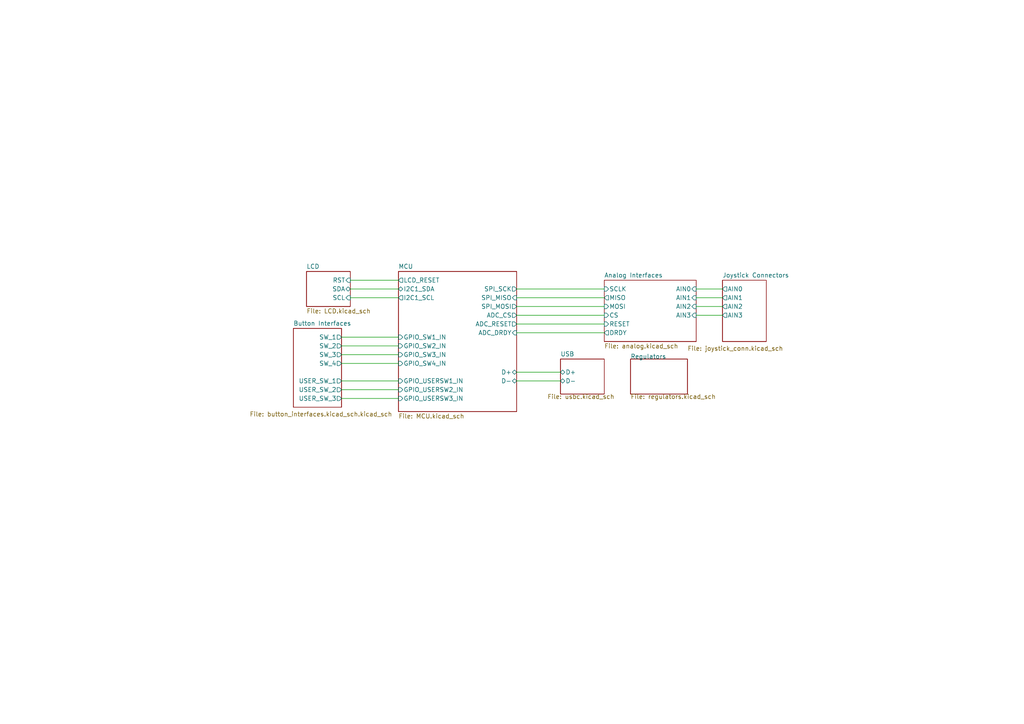
<source format=kicad_sch>
(kicad_sch (version 20211123) (generator eeschema)
  (paper "A4")
  (lib_symbols)
  (wire (pts (xy 149.86 93.98) (xy 175.26 93.98)))
  (wire (pts (xy 99.06 105.41) (xy 115.57 105.41)))
  (wire (pts (xy 99.06 110.49) (xy 115.57 110.49)))
  (wire (pts (xy 101.6 86.36) (xy 115.57 86.36)))
  (wire (pts (xy 99.06 102.87) (xy 115.57 102.87)))
  (wire (pts (xy 149.86 88.9) (xy 175.26 88.9)))
  (wire (pts (xy 149.86 83.82) (xy 175.26 83.82)))
  (wire (pts (xy 149.86 86.36) (xy 175.26 86.36)))
  (wire (pts (xy 209.55 88.9) (xy 201.93 88.9)))
  (wire (pts (xy 149.86 107.95) (xy 162.56 107.95)))
  (wire (pts (xy 209.55 83.82) (xy 201.93 83.82)))
  (wire (pts (xy 149.86 110.49) (xy 162.56 110.49)))
  (wire (pts (xy 99.06 115.57) (xy 115.57 115.57)))
  (wire (pts (xy 101.6 81.28) (xy 115.57 81.28)))
  (wire (pts (xy 99.06 113.03) (xy 115.57 113.03)))
  (wire (pts (xy 209.55 91.44) (xy 201.93 91.44)))
  (wire (pts (xy 149.86 96.52) (xy 175.26 96.52)))
  (wire (pts (xy 99.06 100.33) (xy 115.57 100.33)))
  (wire (pts (xy 99.06 97.79) (xy 115.57 97.79)))
  (wire (pts (xy 101.6 83.82) (xy 115.57 83.82)))
  (wire (pts (xy 149.86 91.44) (xy 175.26 91.44)))
  (wire (pts (xy 209.55 86.36) (xy 201.93 86.36)))
  (sheet (at 182.88 104.14) (size 16.51 10.16) (stroke (width 0.1524))
    (property "Sheet name" "Regulators" (at 182.88 104.14 0) (effects (justify left bottom)))
    (property "Sheet file" "regulators.kicad_sch" (at 182.88 114.3 0) (effects (justify left top)))
  )
  (sheet (at 175.26 81.28) (size 26.67 17.78) (stroke (width 0.1524))
    (property "Sheet name" "Analog Interfaces" (at 175.26 80.5684 0) (effects (justify left bottom)))
    (property "Sheet file" "analog.kicad_sch" (at 175.26 99.6446 0) (effects (justify left top)))
    (pin "SCLK" input (at 175.26 83.82 180))
    (pin "MOSI" input (at 175.26 88.9 180))
    (pin "MISO" output (at 175.26 86.36 180))
    (pin "RESET" input (at 175.26 93.98 180))
    (pin "CS" input (at 175.26 91.44 180))
    (pin "DRDY" output (at 175.26 96.52 180))
    (pin "AIN2" input (at 201.93 88.9 0))
    (pin "AIN3" input (at 201.93 91.44 0))
    (pin "AIN0" input (at 201.93 83.82 0))
    (pin "AIN1" input (at 201.93 86.36 0))
  )
  (sheet (at 115.57 78.74) (size 34.29 40.64) (stroke (width 0.1524))
    (property "Sheet name" "MCU" (at 115.57 78.0284 0) (effects (justify left bottom)))
    (property "Sheet file" "MCU.kicad_sch" (at 115.57 119.9646 0) (effects (justify left top)))
    (pin "SPI_SCK" output (at 149.86 83.82 0))
    (pin "SPI_MISO" input (at 149.86 86.36 0))
    (pin "SPI_MOSI" output (at 149.86 88.9 0))
    (pin "ADC_CS" output (at 149.86 91.44 0))
    (pin "ADC_RESET" output (at 149.86 93.98 0))
    (pin "ADC_DRDY" input (at 149.86 96.52 0))
    (pin "GPIO_SW1_IN" input (at 115.57 97.79 180))
    (pin "GPIO_SW2_IN" input (at 115.57 100.33 180))
    (pin "GPIO_SW3_IN" input (at 115.57 102.87 180))
    (pin "GPIO_SW4_IN" input (at 115.57 105.41 180))
    (pin "GPIO_USERSW1_IN" input (at 115.57 110.49 180))
    (pin "GPIO_USERSW2_IN" input (at 115.57 113.03 180))
    (pin "D-" bidirectional (at 149.86 110.49 0))
    (pin "D+" bidirectional (at 149.86 107.95 0))
    (pin "I2C1_SDA" bidirectional (at 115.57 83.82 180))
    (pin "I2C1_SCL" output (at 115.57 86.36 180))
    (pin "LCD_RESET" output (at 115.57 81.28 180))
    (pin "GPIO_USERSW3_IN" input (at 115.57 115.57 180))
  )
  (sheet (at 85.09 95.25) (size 13.97 22.86) (stroke (width 0.1524))
    (property "Sheet name" "Button Interfaces" (at 85.09 94.5384 0) (effects (justify left bottom)))
    (property "Sheet file" "button_interfaces.kicad_sch.kicad_sch" (at 72.39 119.38 0) (effects (justify left top)))
    (pin "SW_3" output (at 99.06 102.87 0))
    (pin "SW_4" output (at 99.06 105.41 0))
    (pin "SW_1" output (at 99.06 97.79 0))
    (pin "SW_2" output (at 99.06 100.33 0))
    (pin "USER_SW_3" output (at 99.06 115.57 0))
    (pin "USER_SW_2" output (at 99.06 113.03 0))
    (pin "USER_SW_1" output (at 99.06 110.49 0))
  )
  (sheet (at 88.9 78.74) (size 12.7 10.16) (stroke (width 0.1524))
    (property "Sheet name" "LCD" (at 88.9 78.0284 0) (effects (justify left bottom)))
    (property "Sheet file" "LCD.kicad_sch" (at 88.9 89.4846 0) (effects (justify left top)))
    (pin "SCL" input (at 101.6 86.36 0))
    (pin "RST" input (at 101.6 81.28 0))
    (pin "SDA" bidirectional (at 101.6 83.82 0))
  )
  (sheet (at 209.55 81.28) (size 12.7 17.78) (stroke (width 0.1524))
    (property "Sheet name" "Joystick Connectors" (at 209.55 80.5684 0) (effects (justify left bottom)))
    (property "Sheet file" "joystick_conn.kicad_sch" (at 199.39 100.33 0) (effects (justify left top)))
    (pin "AIN0" output (at 209.55 83.82 180))
    (pin "AIN1" output (at 209.55 86.36 180))
    (pin "AIN2" output (at 209.55 88.9 180))
    (pin "AIN3" output (at 209.55 91.44 180))
  )
  (sheet (at 162.56 104.14) (size 12.7 10.16) (stroke (width 0.1524))
    (property "Sheet name" "USB" (at 162.56 103.4284 0) (effects (justify left bottom)))
    (property "Sheet file" "usbc.kicad_sch" (at 158.75 114.3 0) (effects (justify left top)))
    (pin "D-" bidirectional (at 162.56 110.49 180))
    (pin "D+" bidirectional (at 162.56 107.95 180))
  )
)
</source>
